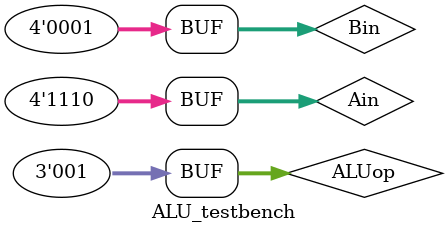
<source format=v>

`timescale 10ns/1ns

module ALU_testbench(); // no input, no output
  
  reg [3:0] Ain, Bin;
  reg [2:0] ALUop;
  wire [3:0] ALUout;
  
  ALU DUT ( .Ain(Ain), .Bin(Bin), .ALUop(ALUop), .ALUout(ALUout));
  
  initial
  begin
    $monitor($time, " Ain=%d, Bin=%d, ALUop=%b,  ALUout=%d ",Ain, Bin, ALUop,  ALUout);
  end
  
  initial
  begin
    $dumpfile("ALU.vcd");
    $dumpvars(1, ALU_testbench);
    
    #0  Ain = 15; Bin = 0; ALUop = 0; // at time = 0ns
    repeat (6)
    begin
      repeat (15)
      begin
        #50 Ain <= Ain -1; Bin <= Bin + 1;
      end
      ALUop <= ALUop + 1;
    end
    
  end
  
endmodule
</source>
